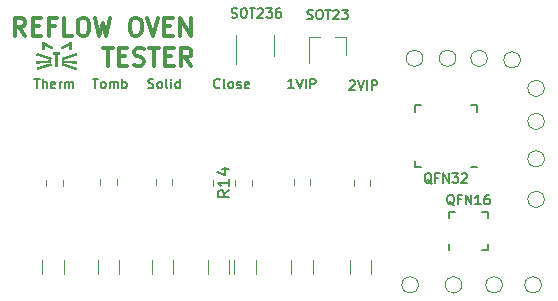
<source format=gbr>
G04 #@! TF.GenerationSoftware,KiCad,Pcbnew,(5.0.0)*
G04 #@! TF.CreationDate,2019-03-07T00:39:03-05:00*
G04 #@! TF.ProjectId,Reflow_Test1,5265666C6F775F54657374312E6B6963,rev?*
G04 #@! TF.SameCoordinates,Original*
G04 #@! TF.FileFunction,Legend,Top*
G04 #@! TF.FilePolarity,Positive*
%FSLAX46Y46*%
G04 Gerber Fmt 4.6, Leading zero omitted, Abs format (unit mm)*
G04 Created by KiCad (PCBNEW (5.0.0)) date 03/07/19 00:39:03*
%MOMM*%
%LPD*%
G01*
G04 APERTURE LIST*
%ADD10C,0.300000*%
%ADD11C,0.200000*%
%ADD12C,0.120000*%
%ADD13C,0.150000*%
%ADD14C,0.010000*%
G04 APERTURE END LIST*
D10*
X117781857Y-91161071D02*
X117281857Y-90446785D01*
X116924714Y-91161071D02*
X116924714Y-89661071D01*
X117496142Y-89661071D01*
X117639000Y-89732500D01*
X117710428Y-89803928D01*
X117781857Y-89946785D01*
X117781857Y-90161071D01*
X117710428Y-90303928D01*
X117639000Y-90375357D01*
X117496142Y-90446785D01*
X116924714Y-90446785D01*
X118424714Y-90375357D02*
X118924714Y-90375357D01*
X119139000Y-91161071D02*
X118424714Y-91161071D01*
X118424714Y-89661071D01*
X119139000Y-89661071D01*
X120281857Y-90375357D02*
X119781857Y-90375357D01*
X119781857Y-91161071D02*
X119781857Y-89661071D01*
X120496142Y-89661071D01*
X121781857Y-91161071D02*
X121067571Y-91161071D01*
X121067571Y-89661071D01*
X122567571Y-89661071D02*
X122853285Y-89661071D01*
X122996142Y-89732500D01*
X123139000Y-89875357D01*
X123210428Y-90161071D01*
X123210428Y-90661071D01*
X123139000Y-90946785D01*
X122996142Y-91089642D01*
X122853285Y-91161071D01*
X122567571Y-91161071D01*
X122424714Y-91089642D01*
X122281857Y-90946785D01*
X122210428Y-90661071D01*
X122210428Y-90161071D01*
X122281857Y-89875357D01*
X122424714Y-89732500D01*
X122567571Y-89661071D01*
X123710428Y-89661071D02*
X124067571Y-91161071D01*
X124353285Y-90089642D01*
X124639000Y-91161071D01*
X124996142Y-89661071D01*
X126996142Y-89661071D02*
X127281857Y-89661071D01*
X127424714Y-89732500D01*
X127567571Y-89875357D01*
X127639000Y-90161071D01*
X127639000Y-90661071D01*
X127567571Y-90946785D01*
X127424714Y-91089642D01*
X127281857Y-91161071D01*
X126996142Y-91161071D01*
X126853285Y-91089642D01*
X126710428Y-90946785D01*
X126639000Y-90661071D01*
X126639000Y-90161071D01*
X126710428Y-89875357D01*
X126853285Y-89732500D01*
X126996142Y-89661071D01*
X128067571Y-89661071D02*
X128567571Y-91161071D01*
X129067571Y-89661071D01*
X129567571Y-90375357D02*
X130067571Y-90375357D01*
X130281857Y-91161071D02*
X129567571Y-91161071D01*
X129567571Y-89661071D01*
X130281857Y-89661071D01*
X130924714Y-91161071D02*
X130924714Y-89661071D01*
X131781857Y-91161071D01*
X131781857Y-89661071D01*
X124353285Y-92211071D02*
X125210428Y-92211071D01*
X124781857Y-93711071D02*
X124781857Y-92211071D01*
X125710428Y-92925357D02*
X126210428Y-92925357D01*
X126424714Y-93711071D02*
X125710428Y-93711071D01*
X125710428Y-92211071D01*
X126424714Y-92211071D01*
X126996142Y-93639642D02*
X127210428Y-93711071D01*
X127567571Y-93711071D01*
X127710428Y-93639642D01*
X127781857Y-93568214D01*
X127853285Y-93425357D01*
X127853285Y-93282500D01*
X127781857Y-93139642D01*
X127710428Y-93068214D01*
X127567571Y-92996785D01*
X127281857Y-92925357D01*
X127139000Y-92853928D01*
X127067571Y-92782500D01*
X126996142Y-92639642D01*
X126996142Y-92496785D01*
X127067571Y-92353928D01*
X127139000Y-92282500D01*
X127281857Y-92211071D01*
X127639000Y-92211071D01*
X127853285Y-92282500D01*
X128281857Y-92211071D02*
X129139000Y-92211071D01*
X128710428Y-93711071D02*
X128710428Y-92211071D01*
X129639000Y-92925357D02*
X130139000Y-92925357D01*
X130353285Y-93711071D02*
X129639000Y-93711071D01*
X129639000Y-92211071D01*
X130353285Y-92211071D01*
X131853285Y-93711071D02*
X131353285Y-92996785D01*
X130996142Y-93711071D02*
X130996142Y-92211071D01*
X131567571Y-92211071D01*
X131710428Y-92282500D01*
X131781857Y-92353928D01*
X131853285Y-92496785D01*
X131853285Y-92711071D01*
X131781857Y-92853928D01*
X131710428Y-92925357D01*
X131567571Y-92996785D01*
X130996142Y-92996785D01*
D11*
X154101952Y-105530595D02*
X154025761Y-105492500D01*
X153949571Y-105416309D01*
X153835285Y-105302023D01*
X153759095Y-105263928D01*
X153682904Y-105263928D01*
X153721000Y-105454404D02*
X153644809Y-105416309D01*
X153568619Y-105340119D01*
X153530523Y-105187738D01*
X153530523Y-104921071D01*
X153568619Y-104768690D01*
X153644809Y-104692500D01*
X153721000Y-104654404D01*
X153873380Y-104654404D01*
X153949571Y-104692500D01*
X154025761Y-104768690D01*
X154063857Y-104921071D01*
X154063857Y-105187738D01*
X154025761Y-105340119D01*
X153949571Y-105416309D01*
X153873380Y-105454404D01*
X153721000Y-105454404D01*
X154673380Y-105035357D02*
X154406714Y-105035357D01*
X154406714Y-105454404D02*
X154406714Y-104654404D01*
X154787666Y-104654404D01*
X155092428Y-105454404D02*
X155092428Y-104654404D01*
X155549571Y-105454404D01*
X155549571Y-104654404D01*
X156349571Y-105454404D02*
X155892428Y-105454404D01*
X156121000Y-105454404D02*
X156121000Y-104654404D01*
X156044809Y-104768690D01*
X155968619Y-104844880D01*
X155892428Y-104882976D01*
X157035285Y-104654404D02*
X156882904Y-104654404D01*
X156806714Y-104692500D01*
X156768619Y-104730595D01*
X156692428Y-104844880D01*
X156654333Y-104997261D01*
X156654333Y-105302023D01*
X156692428Y-105378214D01*
X156730523Y-105416309D01*
X156806714Y-105454404D01*
X156959095Y-105454404D01*
X157035285Y-105416309D01*
X157073380Y-105378214D01*
X157111476Y-105302023D01*
X157111476Y-105111547D01*
X157073380Y-105035357D01*
X157035285Y-104997261D01*
X156959095Y-104959166D01*
X156806714Y-104959166D01*
X156730523Y-104997261D01*
X156692428Y-105035357D01*
X156654333Y-105111547D01*
X152196952Y-103689095D02*
X152120761Y-103651000D01*
X152044571Y-103574809D01*
X151930285Y-103460523D01*
X151854095Y-103422428D01*
X151777904Y-103422428D01*
X151816000Y-103612904D02*
X151739809Y-103574809D01*
X151663619Y-103498619D01*
X151625523Y-103346238D01*
X151625523Y-103079571D01*
X151663619Y-102927190D01*
X151739809Y-102851000D01*
X151816000Y-102812904D01*
X151968380Y-102812904D01*
X152044571Y-102851000D01*
X152120761Y-102927190D01*
X152158857Y-103079571D01*
X152158857Y-103346238D01*
X152120761Y-103498619D01*
X152044571Y-103574809D01*
X151968380Y-103612904D01*
X151816000Y-103612904D01*
X152768380Y-103193857D02*
X152501714Y-103193857D01*
X152501714Y-103612904D02*
X152501714Y-102812904D01*
X152882666Y-102812904D01*
X153187428Y-103612904D02*
X153187428Y-102812904D01*
X153644571Y-103612904D01*
X153644571Y-102812904D01*
X153949333Y-102812904D02*
X154444571Y-102812904D01*
X154177904Y-103117666D01*
X154292190Y-103117666D01*
X154368380Y-103155761D01*
X154406476Y-103193857D01*
X154444571Y-103270047D01*
X154444571Y-103460523D01*
X154406476Y-103536714D01*
X154368380Y-103574809D01*
X154292190Y-103612904D01*
X154063619Y-103612904D01*
X153987428Y-103574809D01*
X153949333Y-103536714D01*
X154749333Y-102889095D02*
X154787428Y-102851000D01*
X154863619Y-102812904D01*
X155054095Y-102812904D01*
X155130285Y-102851000D01*
X155168380Y-102889095D01*
X155206476Y-102965285D01*
X155206476Y-103041476D01*
X155168380Y-103155761D01*
X154711238Y-103612904D01*
X155206476Y-103612904D01*
X141668714Y-89731809D02*
X141783000Y-89769904D01*
X141973476Y-89769904D01*
X142049666Y-89731809D01*
X142087761Y-89693714D01*
X142125857Y-89617523D01*
X142125857Y-89541333D01*
X142087761Y-89465142D01*
X142049666Y-89427047D01*
X141973476Y-89388952D01*
X141821095Y-89350857D01*
X141744904Y-89312761D01*
X141706809Y-89274666D01*
X141668714Y-89198476D01*
X141668714Y-89122285D01*
X141706809Y-89046095D01*
X141744904Y-89008000D01*
X141821095Y-88969904D01*
X142011571Y-88969904D01*
X142125857Y-89008000D01*
X142621095Y-88969904D02*
X142773476Y-88969904D01*
X142849666Y-89008000D01*
X142925857Y-89084190D01*
X142963952Y-89236571D01*
X142963952Y-89503238D01*
X142925857Y-89655619D01*
X142849666Y-89731809D01*
X142773476Y-89769904D01*
X142621095Y-89769904D01*
X142544904Y-89731809D01*
X142468714Y-89655619D01*
X142430619Y-89503238D01*
X142430619Y-89236571D01*
X142468714Y-89084190D01*
X142544904Y-89008000D01*
X142621095Y-88969904D01*
X143192523Y-88969904D02*
X143649666Y-88969904D01*
X143421095Y-89769904D02*
X143421095Y-88969904D01*
X143878238Y-89046095D02*
X143916333Y-89008000D01*
X143992523Y-88969904D01*
X144183000Y-88969904D01*
X144259190Y-89008000D01*
X144297285Y-89046095D01*
X144335380Y-89122285D01*
X144335380Y-89198476D01*
X144297285Y-89312761D01*
X143840142Y-89769904D01*
X144335380Y-89769904D01*
X144602047Y-88969904D02*
X145097285Y-88969904D01*
X144830619Y-89274666D01*
X144944904Y-89274666D01*
X145021095Y-89312761D01*
X145059190Y-89350857D01*
X145097285Y-89427047D01*
X145097285Y-89617523D01*
X145059190Y-89693714D01*
X145021095Y-89731809D01*
X144944904Y-89769904D01*
X144716333Y-89769904D01*
X144640142Y-89731809D01*
X144602047Y-89693714D01*
X135255261Y-89604809D02*
X135369547Y-89642904D01*
X135560023Y-89642904D01*
X135636214Y-89604809D01*
X135674309Y-89566714D01*
X135712404Y-89490523D01*
X135712404Y-89414333D01*
X135674309Y-89338142D01*
X135636214Y-89300047D01*
X135560023Y-89261952D01*
X135407642Y-89223857D01*
X135331452Y-89185761D01*
X135293357Y-89147666D01*
X135255261Y-89071476D01*
X135255261Y-88995285D01*
X135293357Y-88919095D01*
X135331452Y-88881000D01*
X135407642Y-88842904D01*
X135598119Y-88842904D01*
X135712404Y-88881000D01*
X136207642Y-88842904D02*
X136360023Y-88842904D01*
X136436214Y-88881000D01*
X136512404Y-88957190D01*
X136550500Y-89109571D01*
X136550500Y-89376238D01*
X136512404Y-89528619D01*
X136436214Y-89604809D01*
X136360023Y-89642904D01*
X136207642Y-89642904D01*
X136131452Y-89604809D01*
X136055261Y-89528619D01*
X136017166Y-89376238D01*
X136017166Y-89109571D01*
X136055261Y-88957190D01*
X136131452Y-88881000D01*
X136207642Y-88842904D01*
X136779071Y-88842904D02*
X137236214Y-88842904D01*
X137007642Y-89642904D02*
X137007642Y-88842904D01*
X137464785Y-88919095D02*
X137502880Y-88881000D01*
X137579071Y-88842904D01*
X137769547Y-88842904D01*
X137845738Y-88881000D01*
X137883833Y-88919095D01*
X137921928Y-88995285D01*
X137921928Y-89071476D01*
X137883833Y-89185761D01*
X137426690Y-89642904D01*
X137921928Y-89642904D01*
X138188595Y-88842904D02*
X138683833Y-88842904D01*
X138417166Y-89147666D01*
X138531452Y-89147666D01*
X138607642Y-89185761D01*
X138645738Y-89223857D01*
X138683833Y-89300047D01*
X138683833Y-89490523D01*
X138645738Y-89566714D01*
X138607642Y-89604809D01*
X138531452Y-89642904D01*
X138302880Y-89642904D01*
X138226690Y-89604809D01*
X138188595Y-89566714D01*
X139369547Y-88842904D02*
X139217166Y-88842904D01*
X139140976Y-88881000D01*
X139102880Y-88919095D01*
X139026690Y-89033380D01*
X138988595Y-89185761D01*
X138988595Y-89490523D01*
X139026690Y-89566714D01*
X139064785Y-89604809D01*
X139140976Y-89642904D01*
X139293357Y-89642904D01*
X139369547Y-89604809D01*
X139407642Y-89566714D01*
X139445738Y-89490523D01*
X139445738Y-89300047D01*
X139407642Y-89223857D01*
X139369547Y-89185761D01*
X139293357Y-89147666D01*
X139140976Y-89147666D01*
X139064785Y-89185761D01*
X139026690Y-89223857D01*
X138988595Y-89300047D01*
X145269095Y-95015095D02*
X145307190Y-94977000D01*
X145383380Y-94938904D01*
X145573857Y-94938904D01*
X145650047Y-94977000D01*
X145688142Y-95015095D01*
X145726238Y-95091285D01*
X145726238Y-95167476D01*
X145688142Y-95281761D01*
X145231000Y-95738904D01*
X145726238Y-95738904D01*
X145954809Y-94938904D02*
X146221476Y-95738904D01*
X146488142Y-94938904D01*
X146754809Y-95738904D02*
X146754809Y-94938904D01*
X147135761Y-95738904D02*
X147135761Y-94938904D01*
X147440523Y-94938904D01*
X147516714Y-94977000D01*
X147554809Y-95015095D01*
X147592904Y-95091285D01*
X147592904Y-95205571D01*
X147554809Y-95281761D01*
X147516714Y-95319857D01*
X147440523Y-95357952D01*
X147135761Y-95357952D01*
X140519238Y-95611904D02*
X140062095Y-95611904D01*
X140290666Y-95611904D02*
X140290666Y-94811904D01*
X140214476Y-94926190D01*
X140138285Y-95002380D01*
X140062095Y-95040476D01*
X140747809Y-94811904D02*
X141014476Y-95611904D01*
X141281142Y-94811904D01*
X141547809Y-95611904D02*
X141547809Y-94811904D01*
X141928761Y-95611904D02*
X141928761Y-94811904D01*
X142233523Y-94811904D01*
X142309714Y-94850000D01*
X142347809Y-94888095D01*
X142385904Y-94964285D01*
X142385904Y-95078571D01*
X142347809Y-95154761D01*
X142309714Y-95192857D01*
X142233523Y-95230952D01*
X141928761Y-95230952D01*
X134264523Y-95535714D02*
X134226428Y-95573809D01*
X134112142Y-95611904D01*
X134035952Y-95611904D01*
X133921666Y-95573809D01*
X133845476Y-95497619D01*
X133807380Y-95421428D01*
X133769285Y-95269047D01*
X133769285Y-95154761D01*
X133807380Y-95002380D01*
X133845476Y-94926190D01*
X133921666Y-94850000D01*
X134035952Y-94811904D01*
X134112142Y-94811904D01*
X134226428Y-94850000D01*
X134264523Y-94888095D01*
X134721666Y-95611904D02*
X134645476Y-95573809D01*
X134607380Y-95497619D01*
X134607380Y-94811904D01*
X135140714Y-95611904D02*
X135064523Y-95573809D01*
X135026428Y-95535714D01*
X134988333Y-95459523D01*
X134988333Y-95230952D01*
X135026428Y-95154761D01*
X135064523Y-95116666D01*
X135140714Y-95078571D01*
X135255000Y-95078571D01*
X135331190Y-95116666D01*
X135369285Y-95154761D01*
X135407380Y-95230952D01*
X135407380Y-95459523D01*
X135369285Y-95535714D01*
X135331190Y-95573809D01*
X135255000Y-95611904D01*
X135140714Y-95611904D01*
X135712142Y-95573809D02*
X135788333Y-95611904D01*
X135940714Y-95611904D01*
X136016904Y-95573809D01*
X136055000Y-95497619D01*
X136055000Y-95459523D01*
X136016904Y-95383333D01*
X135940714Y-95345238D01*
X135826428Y-95345238D01*
X135750238Y-95307142D01*
X135712142Y-95230952D01*
X135712142Y-95192857D01*
X135750238Y-95116666D01*
X135826428Y-95078571D01*
X135940714Y-95078571D01*
X136016904Y-95116666D01*
X136702619Y-95573809D02*
X136626428Y-95611904D01*
X136474047Y-95611904D01*
X136397857Y-95573809D01*
X136359761Y-95497619D01*
X136359761Y-95192857D01*
X136397857Y-95116666D01*
X136474047Y-95078571D01*
X136626428Y-95078571D01*
X136702619Y-95116666D01*
X136740714Y-95192857D01*
X136740714Y-95269047D01*
X136359761Y-95345238D01*
X128187619Y-95573809D02*
X128301904Y-95611904D01*
X128492380Y-95611904D01*
X128568571Y-95573809D01*
X128606666Y-95535714D01*
X128644761Y-95459523D01*
X128644761Y-95383333D01*
X128606666Y-95307142D01*
X128568571Y-95269047D01*
X128492380Y-95230952D01*
X128340000Y-95192857D01*
X128263809Y-95154761D01*
X128225714Y-95116666D01*
X128187619Y-95040476D01*
X128187619Y-94964285D01*
X128225714Y-94888095D01*
X128263809Y-94850000D01*
X128340000Y-94811904D01*
X128530476Y-94811904D01*
X128644761Y-94850000D01*
X129101904Y-95611904D02*
X129025714Y-95573809D01*
X128987619Y-95535714D01*
X128949523Y-95459523D01*
X128949523Y-95230952D01*
X128987619Y-95154761D01*
X129025714Y-95116666D01*
X129101904Y-95078571D01*
X129216190Y-95078571D01*
X129292380Y-95116666D01*
X129330476Y-95154761D01*
X129368571Y-95230952D01*
X129368571Y-95459523D01*
X129330476Y-95535714D01*
X129292380Y-95573809D01*
X129216190Y-95611904D01*
X129101904Y-95611904D01*
X129825714Y-95611904D02*
X129749523Y-95573809D01*
X129711428Y-95497619D01*
X129711428Y-94811904D01*
X130130476Y-95611904D02*
X130130476Y-95078571D01*
X130130476Y-94811904D02*
X130092380Y-94850000D01*
X130130476Y-94888095D01*
X130168571Y-94850000D01*
X130130476Y-94811904D01*
X130130476Y-94888095D01*
X130854285Y-95611904D02*
X130854285Y-94811904D01*
X130854285Y-95573809D02*
X130778095Y-95611904D01*
X130625714Y-95611904D01*
X130549523Y-95573809D01*
X130511428Y-95535714D01*
X130473333Y-95459523D01*
X130473333Y-95230952D01*
X130511428Y-95154761D01*
X130549523Y-95116666D01*
X130625714Y-95078571D01*
X130778095Y-95078571D01*
X130854285Y-95116666D01*
X123482285Y-94811904D02*
X123939428Y-94811904D01*
X123710857Y-95611904D02*
X123710857Y-94811904D01*
X124320380Y-95611904D02*
X124244190Y-95573809D01*
X124206095Y-95535714D01*
X124168000Y-95459523D01*
X124168000Y-95230952D01*
X124206095Y-95154761D01*
X124244190Y-95116666D01*
X124320380Y-95078571D01*
X124434666Y-95078571D01*
X124510857Y-95116666D01*
X124548952Y-95154761D01*
X124587047Y-95230952D01*
X124587047Y-95459523D01*
X124548952Y-95535714D01*
X124510857Y-95573809D01*
X124434666Y-95611904D01*
X124320380Y-95611904D01*
X124929904Y-95611904D02*
X124929904Y-95078571D01*
X124929904Y-95154761D02*
X124968000Y-95116666D01*
X125044190Y-95078571D01*
X125158476Y-95078571D01*
X125234666Y-95116666D01*
X125272761Y-95192857D01*
X125272761Y-95611904D01*
X125272761Y-95192857D02*
X125310857Y-95116666D01*
X125387047Y-95078571D01*
X125501333Y-95078571D01*
X125577523Y-95116666D01*
X125615619Y-95192857D01*
X125615619Y-95611904D01*
X125996571Y-95611904D02*
X125996571Y-94811904D01*
X125996571Y-95116666D02*
X126072761Y-95078571D01*
X126225142Y-95078571D01*
X126301333Y-95116666D01*
X126339428Y-95154761D01*
X126377523Y-95230952D01*
X126377523Y-95459523D01*
X126339428Y-95535714D01*
X126301333Y-95573809D01*
X126225142Y-95611904D01*
X126072761Y-95611904D01*
X125996571Y-95573809D01*
X118554714Y-94811904D02*
X119011857Y-94811904D01*
X118783285Y-95611904D02*
X118783285Y-94811904D01*
X119278523Y-95611904D02*
X119278523Y-94811904D01*
X119621380Y-95611904D02*
X119621380Y-95192857D01*
X119583285Y-95116666D01*
X119507095Y-95078571D01*
X119392809Y-95078571D01*
X119316619Y-95116666D01*
X119278523Y-95154761D01*
X120307095Y-95573809D02*
X120230904Y-95611904D01*
X120078523Y-95611904D01*
X120002333Y-95573809D01*
X119964238Y-95497619D01*
X119964238Y-95192857D01*
X120002333Y-95116666D01*
X120078523Y-95078571D01*
X120230904Y-95078571D01*
X120307095Y-95116666D01*
X120345190Y-95192857D01*
X120345190Y-95269047D01*
X119964238Y-95345238D01*
X120688047Y-95611904D02*
X120688047Y-95078571D01*
X120688047Y-95230952D02*
X120726142Y-95154761D01*
X120764238Y-95116666D01*
X120840428Y-95078571D01*
X120916619Y-95078571D01*
X121183285Y-95611904D02*
X121183285Y-95078571D01*
X121183285Y-95154761D02*
X121221380Y-95116666D01*
X121297571Y-95078571D01*
X121411857Y-95078571D01*
X121488047Y-95116666D01*
X121526142Y-95192857D01*
X121526142Y-95611904D01*
X121526142Y-95192857D02*
X121564238Y-95116666D01*
X121640428Y-95078571D01*
X121754714Y-95078571D01*
X121830904Y-95116666D01*
X121869000Y-95192857D01*
X121869000Y-95611904D01*
D12*
G04 #@! TO.C,R2*
X120979000Y-103890578D02*
X120979000Y-103373422D01*
X119559000Y-103890578D02*
X119559000Y-103373422D01*
G04 #@! TO.C,Q1*
X144963000Y-91315000D02*
X144033000Y-91315000D01*
X141803000Y-91315000D02*
X142733000Y-91315000D01*
X141803000Y-91315000D02*
X141803000Y-93475000D01*
X144963000Y-91315000D02*
X144963000Y-92775000D01*
G04 #@! TO.C,R3*
X121052000Y-111346064D02*
X121052000Y-110141936D01*
X119232000Y-111346064D02*
X119232000Y-110141936D01*
G04 #@! TO.C,R5*
X124131000Y-103842078D02*
X124131000Y-103324922D01*
X125551000Y-103842078D02*
X125551000Y-103324922D01*
G04 #@! TO.C,R6*
X123931000Y-111349064D02*
X123931000Y-110144936D01*
X125751000Y-111349064D02*
X125751000Y-110144936D01*
G04 #@! TO.C,R8*
X130250000Y-103842078D02*
X130250000Y-103324922D01*
X128830000Y-103842078D02*
X128830000Y-103324922D01*
G04 #@! TO.C,R9*
X128503000Y-111346064D02*
X128503000Y-110141936D01*
X130323000Y-111346064D02*
X130323000Y-110141936D01*
G04 #@! TO.C,R11*
X133656000Y-103890578D02*
X133656000Y-103373422D01*
X135076000Y-103890578D02*
X135076000Y-103373422D01*
G04 #@! TO.C,R12*
X137308000Y-111346064D02*
X137308000Y-110141936D01*
X135488000Y-111346064D02*
X135488000Y-110141936D01*
G04 #@! TO.C,R14*
X135561000Y-103890578D02*
X135561000Y-103373422D01*
X136981000Y-103890578D02*
X136981000Y-103373422D01*
G04 #@! TO.C,R15*
X133227400Y-111346064D02*
X133227400Y-110141936D01*
X135047400Y-111346064D02*
X135047400Y-110141936D01*
G04 #@! TO.C,R17*
X140514000Y-103842078D02*
X140514000Y-103324922D01*
X141934000Y-103842078D02*
X141934000Y-103324922D01*
G04 #@! TO.C,R18*
X142134000Y-111346064D02*
X142134000Y-110141936D01*
X140314000Y-111346064D02*
X140314000Y-110141936D01*
G04 #@! TO.C,R20*
X147014000Y-103890578D02*
X147014000Y-103373422D01*
X145594000Y-103890578D02*
X145594000Y-103373422D01*
G04 #@! TO.C,R21*
X145267000Y-111343064D02*
X145267000Y-110138936D01*
X147087000Y-111343064D02*
X147087000Y-110138936D01*
G04 #@! TO.C,TP1*
X161736000Y-95631000D02*
G75*
G03X161736000Y-95631000I-700000J0D01*
G01*
G04 #@! TO.C,TP2*
X159704000Y-93218000D02*
G75*
G03X159704000Y-93218000I-700000J0D01*
G01*
G04 #@! TO.C,TP3*
X161736000Y-98425000D02*
G75*
G03X161736000Y-98425000I-700000J0D01*
G01*
G04 #@! TO.C,TP4*
X161482000Y-112268000D02*
G75*
G03X161482000Y-112268000I-700000J0D01*
G01*
G04 #@! TO.C,TP5*
X156910000Y-93091000D02*
G75*
G03X156910000Y-93091000I-700000J0D01*
G01*
G04 #@! TO.C,TP6*
X161736000Y-101600000D02*
G75*
G03X161736000Y-101600000I-700000J0D01*
G01*
G04 #@! TO.C,TP7*
X154243000Y-93091000D02*
G75*
G03X154243000Y-93091000I-700000J0D01*
G01*
G04 #@! TO.C,TP8*
X161736000Y-105029000D02*
G75*
G03X161736000Y-105029000I-700000J0D01*
G01*
G04 #@! TO.C,TP9*
X151449000Y-93091000D02*
G75*
G03X151449000Y-93091000I-700000J0D01*
G01*
G04 #@! TO.C,TP10*
X151068000Y-112268000D02*
G75*
G03X151068000Y-112268000I-700000J0D01*
G01*
G04 #@! TO.C,TP11*
X154751000Y-112268000D02*
G75*
G03X154751000Y-112268000I-700000J0D01*
G01*
G04 #@! TO.C,TP12*
X158180000Y-112268000D02*
G75*
G03X158180000Y-112268000I-700000J0D01*
G01*
D13*
G04 #@! TO.C,U1*
X153696000Y-106071000D02*
X154196000Y-106071000D01*
X156946000Y-109321000D02*
X156446000Y-109321000D01*
X156946000Y-106071000D02*
X156446000Y-106071000D01*
X153696000Y-109321000D02*
X153696000Y-108821000D01*
X156946000Y-109321000D02*
X156946000Y-108821000D01*
X156946000Y-106071000D02*
X156946000Y-106571000D01*
X153696000Y-106071000D02*
X153696000Y-106571000D01*
G04 #@! TO.C,U2*
X150791000Y-102320000D02*
X150791000Y-101795000D01*
X156041000Y-97070000D02*
X156041000Y-97595000D01*
X150791000Y-97070000D02*
X150791000Y-97595000D01*
X156041000Y-102320000D02*
X155516000Y-102320000D01*
X156041000Y-97070000D02*
X155516000Y-97070000D01*
X150791000Y-97070000D02*
X151316000Y-97070000D01*
X150791000Y-102320000D02*
X151316000Y-102320000D01*
D12*
G04 #@! TO.C,U3*
X138833500Y-92891000D02*
X138833500Y-91091000D01*
X135613500Y-91091000D02*
X135613500Y-93541000D01*
D14*
G04 #@! TO.C,G\002A\002A\002A*
G36*
X121653681Y-91680735D02*
X121653716Y-91688971D01*
X121653644Y-91702102D01*
X121653469Y-91719754D01*
X121653198Y-91741553D01*
X121652835Y-91767125D01*
X121652386Y-91796095D01*
X121651857Y-91828091D01*
X121651254Y-91862738D01*
X121650581Y-91899661D01*
X121649845Y-91938487D01*
X121649207Y-91970965D01*
X121648401Y-92011738D01*
X121647629Y-92051379D01*
X121646897Y-92089466D01*
X121646214Y-92125575D01*
X121645587Y-92159286D01*
X121645024Y-92190175D01*
X121644533Y-92217820D01*
X121644121Y-92241800D01*
X121643796Y-92261692D01*
X121643565Y-92277073D01*
X121643436Y-92287521D01*
X121643411Y-92291606D01*
X121643423Y-92320534D01*
X121521446Y-92320534D01*
X121523201Y-92263384D01*
X121523752Y-92244263D01*
X121524331Y-92222040D01*
X121524927Y-92197256D01*
X121525531Y-92170452D01*
X121526135Y-92142169D01*
X121526728Y-92112949D01*
X121527301Y-92083331D01*
X121527844Y-92053859D01*
X121528349Y-92025071D01*
X121528806Y-91997510D01*
X121529205Y-91971716D01*
X121529536Y-91948231D01*
X121529791Y-91927595D01*
X121529960Y-91910350D01*
X121530034Y-91897037D01*
X121530002Y-91888196D01*
X121529856Y-91884370D01*
X121529821Y-91884258D01*
X121527250Y-91885451D01*
X121520031Y-91889231D01*
X121508448Y-91895439D01*
X121492788Y-91903921D01*
X121473335Y-91914519D01*
X121450374Y-91927077D01*
X121424190Y-91941439D01*
X121395069Y-91957447D01*
X121363296Y-91974946D01*
X121329156Y-91993779D01*
X121292934Y-92013789D01*
X121254915Y-92034820D01*
X121215385Y-92056716D01*
X121194417Y-92068341D01*
X121154151Y-92090663D01*
X121115210Y-92112232D01*
X121077884Y-92132889D01*
X121042461Y-92152475D01*
X121009229Y-92170831D01*
X120978477Y-92187798D01*
X120950494Y-92203217D01*
X120925568Y-92216929D01*
X120903988Y-92228775D01*
X120886043Y-92238596D01*
X120872021Y-92246234D01*
X120862211Y-92251528D01*
X120856901Y-92254320D01*
X120856023Y-92254729D01*
X120853359Y-92253247D01*
X120848926Y-92247702D01*
X120842551Y-92237828D01*
X120834059Y-92223358D01*
X120824978Y-92207122D01*
X120816670Y-92191890D01*
X120809339Y-92178160D01*
X120803418Y-92166764D01*
X120799337Y-92158537D01*
X120797529Y-92154310D01*
X120797486Y-92154121D01*
X120799147Y-92152294D01*
X120804500Y-92148531D01*
X120813681Y-92142753D01*
X120826827Y-92134883D01*
X120844075Y-92124842D01*
X120865562Y-92112550D01*
X120891426Y-92097929D01*
X120921802Y-92080901D01*
X120956828Y-92061386D01*
X120996640Y-92039306D01*
X121011975Y-92030823D01*
X121051284Y-92009085D01*
X121094414Y-91985225D01*
X121140344Y-91959809D01*
X121188054Y-91933402D01*
X121236522Y-91906569D01*
X121284728Y-91879876D01*
X121331649Y-91853889D01*
X121376264Y-91829172D01*
X121417553Y-91806290D01*
X121439597Y-91794071D01*
X121471533Y-91776391D01*
X121502048Y-91759549D01*
X121530781Y-91743741D01*
X121557375Y-91729161D01*
X121581470Y-91716004D01*
X121602707Y-91704467D01*
X121620727Y-91694743D01*
X121635171Y-91687028D01*
X121645680Y-91681517D01*
X121651896Y-91678405D01*
X121653532Y-91677769D01*
X121653681Y-91680735D01*
X121653681Y-91680735D01*
G37*
X121653681Y-91680735D02*
X121653716Y-91688971D01*
X121653644Y-91702102D01*
X121653469Y-91719754D01*
X121653198Y-91741553D01*
X121652835Y-91767125D01*
X121652386Y-91796095D01*
X121651857Y-91828091D01*
X121651254Y-91862738D01*
X121650581Y-91899661D01*
X121649845Y-91938487D01*
X121649207Y-91970965D01*
X121648401Y-92011738D01*
X121647629Y-92051379D01*
X121646897Y-92089466D01*
X121646214Y-92125575D01*
X121645587Y-92159286D01*
X121645024Y-92190175D01*
X121644533Y-92217820D01*
X121644121Y-92241800D01*
X121643796Y-92261692D01*
X121643565Y-92277073D01*
X121643436Y-92287521D01*
X121643411Y-92291606D01*
X121643423Y-92320534D01*
X121521446Y-92320534D01*
X121523201Y-92263384D01*
X121523752Y-92244263D01*
X121524331Y-92222040D01*
X121524927Y-92197256D01*
X121525531Y-92170452D01*
X121526135Y-92142169D01*
X121526728Y-92112949D01*
X121527301Y-92083331D01*
X121527844Y-92053859D01*
X121528349Y-92025071D01*
X121528806Y-91997510D01*
X121529205Y-91971716D01*
X121529536Y-91948231D01*
X121529791Y-91927595D01*
X121529960Y-91910350D01*
X121530034Y-91897037D01*
X121530002Y-91888196D01*
X121529856Y-91884370D01*
X121529821Y-91884258D01*
X121527250Y-91885451D01*
X121520031Y-91889231D01*
X121508448Y-91895439D01*
X121492788Y-91903921D01*
X121473335Y-91914519D01*
X121450374Y-91927077D01*
X121424190Y-91941439D01*
X121395069Y-91957447D01*
X121363296Y-91974946D01*
X121329156Y-91993779D01*
X121292934Y-92013789D01*
X121254915Y-92034820D01*
X121215385Y-92056716D01*
X121194417Y-92068341D01*
X121154151Y-92090663D01*
X121115210Y-92112232D01*
X121077884Y-92132889D01*
X121042461Y-92152475D01*
X121009229Y-92170831D01*
X120978477Y-92187798D01*
X120950494Y-92203217D01*
X120925568Y-92216929D01*
X120903988Y-92228775D01*
X120886043Y-92238596D01*
X120872021Y-92246234D01*
X120862211Y-92251528D01*
X120856901Y-92254320D01*
X120856023Y-92254729D01*
X120853359Y-92253247D01*
X120848926Y-92247702D01*
X120842551Y-92237828D01*
X120834059Y-92223358D01*
X120824978Y-92207122D01*
X120816670Y-92191890D01*
X120809339Y-92178160D01*
X120803418Y-92166764D01*
X120799337Y-92158537D01*
X120797529Y-92154310D01*
X120797486Y-92154121D01*
X120799147Y-92152294D01*
X120804500Y-92148531D01*
X120813681Y-92142753D01*
X120826827Y-92134883D01*
X120844075Y-92124842D01*
X120865562Y-92112550D01*
X120891426Y-92097929D01*
X120921802Y-92080901D01*
X120956828Y-92061386D01*
X120996640Y-92039306D01*
X121011975Y-92030823D01*
X121051284Y-92009085D01*
X121094414Y-91985225D01*
X121140344Y-91959809D01*
X121188054Y-91933402D01*
X121236522Y-91906569D01*
X121284728Y-91879876D01*
X121331649Y-91853889D01*
X121376264Y-91829172D01*
X121417553Y-91806290D01*
X121439597Y-91794071D01*
X121471533Y-91776391D01*
X121502048Y-91759549D01*
X121530781Y-91743741D01*
X121557375Y-91729161D01*
X121581470Y-91716004D01*
X121602707Y-91704467D01*
X121620727Y-91694743D01*
X121635171Y-91687028D01*
X121645680Y-91681517D01*
X121651896Y-91678405D01*
X121653532Y-91677769D01*
X121653681Y-91680735D01*
G36*
X119234208Y-91678914D02*
X119241427Y-91682598D01*
X119252899Y-91688656D01*
X119268282Y-91696905D01*
X119287236Y-91707158D01*
X119309423Y-91719231D01*
X119334501Y-91732938D01*
X119362130Y-91748094D01*
X119391972Y-91764515D01*
X119423685Y-91782014D01*
X119456929Y-91800407D01*
X119469527Y-91807388D01*
X119509028Y-91829287D01*
X119551237Y-91852678D01*
X119595331Y-91877106D01*
X119640488Y-91902116D01*
X119685887Y-91927254D01*
X119730706Y-91952064D01*
X119774124Y-91976092D01*
X119815318Y-91998882D01*
X119853468Y-92019981D01*
X119887750Y-92038932D01*
X119897176Y-92044141D01*
X119933439Y-92064200D01*
X119965031Y-92081731D01*
X119992239Y-92096900D01*
X120015349Y-92109875D01*
X120034650Y-92120823D01*
X120050429Y-92129911D01*
X120062973Y-92137307D01*
X120072568Y-92143178D01*
X120079504Y-92147692D01*
X120084066Y-92151016D01*
X120086542Y-92153317D01*
X120087219Y-92154762D01*
X120087205Y-92154841D01*
X120085522Y-92158810D01*
X120081537Y-92166853D01*
X120075697Y-92178112D01*
X120068445Y-92191731D01*
X120060229Y-92206852D01*
X120059685Y-92207842D01*
X120049352Y-92226306D01*
X120041272Y-92239943D01*
X120035271Y-92249022D01*
X120031172Y-92253812D01*
X120029111Y-92254729D01*
X120026175Y-92253255D01*
X120018593Y-92249200D01*
X120006654Y-92242722D01*
X119990646Y-92233979D01*
X119970859Y-92223132D01*
X119947580Y-92210339D01*
X119921099Y-92195759D01*
X119891704Y-92179551D01*
X119859684Y-92161874D01*
X119825327Y-92142887D01*
X119788922Y-92122749D01*
X119750758Y-92101618D01*
X119711123Y-92079655D01*
X119690717Y-92068341D01*
X119650516Y-92046059D01*
X119611678Y-92024561D01*
X119574489Y-92004004D01*
X119539234Y-91984543D01*
X119506198Y-91966335D01*
X119475667Y-91949537D01*
X119447925Y-91934305D01*
X119423258Y-91920796D01*
X119401951Y-91909166D01*
X119384289Y-91899571D01*
X119370557Y-91892168D01*
X119361040Y-91887114D01*
X119356024Y-91884566D01*
X119355289Y-91884282D01*
X119355122Y-91887241D01*
X119355070Y-91895303D01*
X119355125Y-91907925D01*
X119355277Y-91924567D01*
X119355516Y-91944687D01*
X119355833Y-91967745D01*
X119356220Y-91993198D01*
X119356665Y-92020506D01*
X119357160Y-92049128D01*
X119357696Y-92078522D01*
X119358262Y-92108147D01*
X119358850Y-92137462D01*
X119359451Y-92165926D01*
X119360054Y-92192998D01*
X119360650Y-92218136D01*
X119361230Y-92240800D01*
X119361784Y-92260447D01*
X119361917Y-92264795D01*
X119363647Y-92320534D01*
X119241711Y-92320534D01*
X119241721Y-92291606D01*
X119241666Y-92284769D01*
X119241503Y-92272711D01*
X119241240Y-92255854D01*
X119240885Y-92234621D01*
X119240445Y-92209434D01*
X119239928Y-92180715D01*
X119239342Y-92148886D01*
X119238694Y-92114370D01*
X119237992Y-92077589D01*
X119237244Y-92038965D01*
X119236457Y-91998920D01*
X119235902Y-91970988D01*
X119235115Y-91930899D01*
X119234389Y-91892411D01*
X119233727Y-91855898D01*
X119233137Y-91821733D01*
X119232623Y-91790291D01*
X119232190Y-91761946D01*
X119231845Y-91737071D01*
X119231593Y-91716042D01*
X119231439Y-91699232D01*
X119231389Y-91687014D01*
X119231449Y-91679764D01*
X119231580Y-91677791D01*
X119234208Y-91678914D01*
X119234208Y-91678914D01*
G37*
X119234208Y-91678914D02*
X119241427Y-91682598D01*
X119252899Y-91688656D01*
X119268282Y-91696905D01*
X119287236Y-91707158D01*
X119309423Y-91719231D01*
X119334501Y-91732938D01*
X119362130Y-91748094D01*
X119391972Y-91764515D01*
X119423685Y-91782014D01*
X119456929Y-91800407D01*
X119469527Y-91807388D01*
X119509028Y-91829287D01*
X119551237Y-91852678D01*
X119595331Y-91877106D01*
X119640488Y-91902116D01*
X119685887Y-91927254D01*
X119730706Y-91952064D01*
X119774124Y-91976092D01*
X119815318Y-91998882D01*
X119853468Y-92019981D01*
X119887750Y-92038932D01*
X119897176Y-92044141D01*
X119933439Y-92064200D01*
X119965031Y-92081731D01*
X119992239Y-92096900D01*
X120015349Y-92109875D01*
X120034650Y-92120823D01*
X120050429Y-92129911D01*
X120062973Y-92137307D01*
X120072568Y-92143178D01*
X120079504Y-92147692D01*
X120084066Y-92151016D01*
X120086542Y-92153317D01*
X120087219Y-92154762D01*
X120087205Y-92154841D01*
X120085522Y-92158810D01*
X120081537Y-92166853D01*
X120075697Y-92178112D01*
X120068445Y-92191731D01*
X120060229Y-92206852D01*
X120059685Y-92207842D01*
X120049352Y-92226306D01*
X120041272Y-92239943D01*
X120035271Y-92249022D01*
X120031172Y-92253812D01*
X120029111Y-92254729D01*
X120026175Y-92253255D01*
X120018593Y-92249200D01*
X120006654Y-92242722D01*
X119990646Y-92233979D01*
X119970859Y-92223132D01*
X119947580Y-92210339D01*
X119921099Y-92195759D01*
X119891704Y-92179551D01*
X119859684Y-92161874D01*
X119825327Y-92142887D01*
X119788922Y-92122749D01*
X119750758Y-92101618D01*
X119711123Y-92079655D01*
X119690717Y-92068341D01*
X119650516Y-92046059D01*
X119611678Y-92024561D01*
X119574489Y-92004004D01*
X119539234Y-91984543D01*
X119506198Y-91966335D01*
X119475667Y-91949537D01*
X119447925Y-91934305D01*
X119423258Y-91920796D01*
X119401951Y-91909166D01*
X119384289Y-91899571D01*
X119370557Y-91892168D01*
X119361040Y-91887114D01*
X119356024Y-91884566D01*
X119355289Y-91884282D01*
X119355122Y-91887241D01*
X119355070Y-91895303D01*
X119355125Y-91907925D01*
X119355277Y-91924567D01*
X119355516Y-91944687D01*
X119355833Y-91967745D01*
X119356220Y-91993198D01*
X119356665Y-92020506D01*
X119357160Y-92049128D01*
X119357696Y-92078522D01*
X119358262Y-92108147D01*
X119358850Y-92137462D01*
X119359451Y-92165926D01*
X119360054Y-92192998D01*
X119360650Y-92218136D01*
X119361230Y-92240800D01*
X119361784Y-92260447D01*
X119361917Y-92264795D01*
X119363647Y-92320534D01*
X119241711Y-92320534D01*
X119241721Y-92291606D01*
X119241666Y-92284769D01*
X119241503Y-92272711D01*
X119241240Y-92255854D01*
X119240885Y-92234621D01*
X119240445Y-92209434D01*
X119239928Y-92180715D01*
X119239342Y-92148886D01*
X119238694Y-92114370D01*
X119237992Y-92077589D01*
X119237244Y-92038965D01*
X119236457Y-91998920D01*
X119235902Y-91970988D01*
X119235115Y-91930899D01*
X119234389Y-91892411D01*
X119233727Y-91855898D01*
X119233137Y-91821733D01*
X119232623Y-91790291D01*
X119232190Y-91761946D01*
X119231845Y-91737071D01*
X119231593Y-91716042D01*
X119231439Y-91699232D01*
X119231389Y-91687014D01*
X119231449Y-91679764D01*
X119231580Y-91677791D01*
X119234208Y-91678914D01*
G36*
X118777763Y-92654411D02*
X118785699Y-92656911D01*
X118798404Y-92660961D01*
X118815582Y-92666464D01*
X118836934Y-92673323D01*
X118862163Y-92681443D01*
X118890972Y-92690726D01*
X118923063Y-92701077D01*
X118958140Y-92712400D01*
X118995904Y-92724597D01*
X119036058Y-92737573D01*
X119078304Y-92751231D01*
X119122346Y-92765475D01*
X119167887Y-92780208D01*
X119214627Y-92795335D01*
X119262271Y-92810758D01*
X119310521Y-92826382D01*
X119359079Y-92842110D01*
X119407648Y-92857846D01*
X119455931Y-92873494D01*
X119503630Y-92888956D01*
X119550448Y-92904138D01*
X119596087Y-92918941D01*
X119640251Y-92933271D01*
X119682641Y-92947031D01*
X119722960Y-92960124D01*
X119760911Y-92972454D01*
X119796197Y-92983925D01*
X119828519Y-92994441D01*
X119857581Y-93003904D01*
X119883086Y-93012219D01*
X119904735Y-93019290D01*
X119922232Y-93025020D01*
X119935279Y-93029312D01*
X119943579Y-93032071D01*
X119946834Y-93033199D01*
X119946870Y-93033219D01*
X119946489Y-93036183D01*
X119944619Y-93043509D01*
X119941564Y-93054234D01*
X119937627Y-93067401D01*
X119933113Y-93082047D01*
X119928325Y-93097214D01*
X119923566Y-93111940D01*
X119919142Y-93125267D01*
X119915354Y-93136233D01*
X119912508Y-93143879D01*
X119910906Y-93147244D01*
X119910775Y-93147321D01*
X119907976Y-93146453D01*
X119900051Y-93143926D01*
X119887245Y-93139818D01*
X119869801Y-93134208D01*
X119847965Y-93127176D01*
X119821980Y-93118800D01*
X119792090Y-93109159D01*
X119758541Y-93098332D01*
X119721576Y-93086398D01*
X119681440Y-93073435D01*
X119638376Y-93059523D01*
X119592630Y-93044740D01*
X119544445Y-93029166D01*
X119494067Y-93012879D01*
X119441738Y-92995957D01*
X119387704Y-92978481D01*
X119332209Y-92960528D01*
X119323556Y-92957729D01*
X119267871Y-92939712D01*
X119213618Y-92922157D01*
X119161041Y-92905144D01*
X119110383Y-92888750D01*
X119061889Y-92873055D01*
X119015802Y-92858139D01*
X118972366Y-92844079D01*
X118931824Y-92830954D01*
X118894421Y-92818845D01*
X118860400Y-92807829D01*
X118830005Y-92797985D01*
X118803480Y-92789393D01*
X118781068Y-92782131D01*
X118763013Y-92776278D01*
X118749559Y-92771913D01*
X118740950Y-92769116D01*
X118737429Y-92767964D01*
X118737354Y-92767938D01*
X118737896Y-92765252D01*
X118739945Y-92758174D01*
X118743189Y-92747655D01*
X118747317Y-92734646D01*
X118752016Y-92720098D01*
X118756975Y-92704962D01*
X118761880Y-92690189D01*
X118766421Y-92676730D01*
X118770285Y-92665536D01*
X118773159Y-92657558D01*
X118774732Y-92653747D01*
X118774893Y-92653556D01*
X118777763Y-92654411D01*
X118777763Y-92654411D01*
G37*
X118777763Y-92654411D02*
X118785699Y-92656911D01*
X118798404Y-92660961D01*
X118815582Y-92666464D01*
X118836934Y-92673323D01*
X118862163Y-92681443D01*
X118890972Y-92690726D01*
X118923063Y-92701077D01*
X118958140Y-92712400D01*
X118995904Y-92724597D01*
X119036058Y-92737573D01*
X119078304Y-92751231D01*
X119122346Y-92765475D01*
X119167887Y-92780208D01*
X119214627Y-92795335D01*
X119262271Y-92810758D01*
X119310521Y-92826382D01*
X119359079Y-92842110D01*
X119407648Y-92857846D01*
X119455931Y-92873494D01*
X119503630Y-92888956D01*
X119550448Y-92904138D01*
X119596087Y-92918941D01*
X119640251Y-92933271D01*
X119682641Y-92947031D01*
X119722960Y-92960124D01*
X119760911Y-92972454D01*
X119796197Y-92983925D01*
X119828519Y-92994441D01*
X119857581Y-93003904D01*
X119883086Y-93012219D01*
X119904735Y-93019290D01*
X119922232Y-93025020D01*
X119935279Y-93029312D01*
X119943579Y-93032071D01*
X119946834Y-93033199D01*
X119946870Y-93033219D01*
X119946489Y-93036183D01*
X119944619Y-93043509D01*
X119941564Y-93054234D01*
X119937627Y-93067401D01*
X119933113Y-93082047D01*
X119928325Y-93097214D01*
X119923566Y-93111940D01*
X119919142Y-93125267D01*
X119915354Y-93136233D01*
X119912508Y-93143879D01*
X119910906Y-93147244D01*
X119910775Y-93147321D01*
X119907976Y-93146453D01*
X119900051Y-93143926D01*
X119887245Y-93139818D01*
X119869801Y-93134208D01*
X119847965Y-93127176D01*
X119821980Y-93118800D01*
X119792090Y-93109159D01*
X119758541Y-93098332D01*
X119721576Y-93086398D01*
X119681440Y-93073435D01*
X119638376Y-93059523D01*
X119592630Y-93044740D01*
X119544445Y-93029166D01*
X119494067Y-93012879D01*
X119441738Y-92995957D01*
X119387704Y-92978481D01*
X119332209Y-92960528D01*
X119323556Y-92957729D01*
X119267871Y-92939712D01*
X119213618Y-92922157D01*
X119161041Y-92905144D01*
X119110383Y-92888750D01*
X119061889Y-92873055D01*
X119015802Y-92858139D01*
X118972366Y-92844079D01*
X118931824Y-92830954D01*
X118894421Y-92818845D01*
X118860400Y-92807829D01*
X118830005Y-92797985D01*
X118803480Y-92789393D01*
X118781068Y-92782131D01*
X118763013Y-92776278D01*
X118749559Y-92771913D01*
X118740950Y-92769116D01*
X118737429Y-92767964D01*
X118737354Y-92767938D01*
X118737896Y-92765252D01*
X118739945Y-92758174D01*
X118743189Y-92747655D01*
X118747317Y-92734646D01*
X118752016Y-92720098D01*
X118756975Y-92704962D01*
X118761880Y-92690189D01*
X118766421Y-92676730D01*
X118770285Y-92665536D01*
X118773159Y-92657558D01*
X118774732Y-92653747D01*
X118774893Y-92653556D01*
X118777763Y-92654411D01*
G36*
X122046105Y-92663008D02*
X122047734Y-92666392D01*
X122050597Y-92674071D01*
X122054386Y-92685069D01*
X122058795Y-92698409D01*
X122063519Y-92713117D01*
X122068250Y-92728215D01*
X122072683Y-92742729D01*
X122076511Y-92755681D01*
X122079428Y-92766097D01*
X122081128Y-92772999D01*
X122081372Y-92775394D01*
X122078616Y-92776366D01*
X122070788Y-92778978D01*
X122058185Y-92783135D01*
X122041105Y-92788739D01*
X122019846Y-92795694D01*
X121994706Y-92803904D01*
X121965983Y-92813271D01*
X121933975Y-92823700D01*
X121898979Y-92835093D01*
X121861294Y-92847354D01*
X121821217Y-92860386D01*
X121779046Y-92874093D01*
X121735079Y-92888378D01*
X121689614Y-92903144D01*
X121642949Y-92918296D01*
X121595382Y-92933735D01*
X121547209Y-92949366D01*
X121498731Y-92965092D01*
X121450243Y-92980817D01*
X121402045Y-92996443D01*
X121354433Y-93011874D01*
X121307706Y-93027014D01*
X121262162Y-93041766D01*
X121218099Y-93056033D01*
X121175814Y-93069719D01*
X121135605Y-93082726D01*
X121097770Y-93094959D01*
X121062608Y-93106321D01*
X121030415Y-93116715D01*
X121001490Y-93126045D01*
X120976130Y-93134214D01*
X120954634Y-93141125D01*
X120937300Y-93146681D01*
X120924424Y-93150787D01*
X120916306Y-93153345D01*
X120913878Y-93154087D01*
X120911858Y-93154232D01*
X120909903Y-93152977D01*
X120907731Y-93149674D01*
X120905062Y-93143677D01*
X120901613Y-93134340D01*
X120897103Y-93121017D01*
X120891250Y-93103061D01*
X120890079Y-93099430D01*
X120884740Y-93082597D01*
X120880162Y-93067632D01*
X120876579Y-93055345D01*
X120874223Y-93046546D01*
X120873331Y-93042046D01*
X120873388Y-93041650D01*
X120876246Y-93040577D01*
X120884171Y-93037878D01*
X120896864Y-93033647D01*
X120914028Y-93027981D01*
X120935367Y-93020976D01*
X120960582Y-93012728D01*
X120989378Y-93003332D01*
X121021456Y-92992885D01*
X121056520Y-92981482D01*
X121094272Y-92969220D01*
X121134416Y-92956194D01*
X121176654Y-92942501D01*
X121220689Y-92928236D01*
X121266224Y-92913495D01*
X121312962Y-92898374D01*
X121360605Y-92882970D01*
X121408857Y-92867377D01*
X121457420Y-92851692D01*
X121505997Y-92836012D01*
X121554292Y-92820431D01*
X121602006Y-92805046D01*
X121648843Y-92789953D01*
X121694506Y-92775247D01*
X121738697Y-92761025D01*
X121781120Y-92747383D01*
X121821477Y-92734416D01*
X121859471Y-92722220D01*
X121894805Y-92710892D01*
X121927181Y-92700528D01*
X121956303Y-92691222D01*
X121981874Y-92683072D01*
X122003596Y-92676173D01*
X122021172Y-92670621D01*
X122034306Y-92666512D01*
X122042699Y-92663942D01*
X122046055Y-92663007D01*
X122046105Y-92663008D01*
X122046105Y-92663008D01*
G37*
X122046105Y-92663008D02*
X122047734Y-92666392D01*
X122050597Y-92674071D01*
X122054386Y-92685069D01*
X122058795Y-92698409D01*
X122063519Y-92713117D01*
X122068250Y-92728215D01*
X122072683Y-92742729D01*
X122076511Y-92755681D01*
X122079428Y-92766097D01*
X122081128Y-92772999D01*
X122081372Y-92775394D01*
X122078616Y-92776366D01*
X122070788Y-92778978D01*
X122058185Y-92783135D01*
X122041105Y-92788739D01*
X122019846Y-92795694D01*
X121994706Y-92803904D01*
X121965983Y-92813271D01*
X121933975Y-92823700D01*
X121898979Y-92835093D01*
X121861294Y-92847354D01*
X121821217Y-92860386D01*
X121779046Y-92874093D01*
X121735079Y-92888378D01*
X121689614Y-92903144D01*
X121642949Y-92918296D01*
X121595382Y-92933735D01*
X121547209Y-92949366D01*
X121498731Y-92965092D01*
X121450243Y-92980817D01*
X121402045Y-92996443D01*
X121354433Y-93011874D01*
X121307706Y-93027014D01*
X121262162Y-93041766D01*
X121218099Y-93056033D01*
X121175814Y-93069719D01*
X121135605Y-93082726D01*
X121097770Y-93094959D01*
X121062608Y-93106321D01*
X121030415Y-93116715D01*
X121001490Y-93126045D01*
X120976130Y-93134214D01*
X120954634Y-93141125D01*
X120937300Y-93146681D01*
X120924424Y-93150787D01*
X120916306Y-93153345D01*
X120913878Y-93154087D01*
X120911858Y-93154232D01*
X120909903Y-93152977D01*
X120907731Y-93149674D01*
X120905062Y-93143677D01*
X120901613Y-93134340D01*
X120897103Y-93121017D01*
X120891250Y-93103061D01*
X120890079Y-93099430D01*
X120884740Y-93082597D01*
X120880162Y-93067632D01*
X120876579Y-93055345D01*
X120874223Y-93046546D01*
X120873331Y-93042046D01*
X120873388Y-93041650D01*
X120876246Y-93040577D01*
X120884171Y-93037878D01*
X120896864Y-93033647D01*
X120914028Y-93027981D01*
X120935367Y-93020976D01*
X120960582Y-93012728D01*
X120989378Y-93003332D01*
X121021456Y-92992885D01*
X121056520Y-92981482D01*
X121094272Y-92969220D01*
X121134416Y-92956194D01*
X121176654Y-92942501D01*
X121220689Y-92928236D01*
X121266224Y-92913495D01*
X121312962Y-92898374D01*
X121360605Y-92882970D01*
X121408857Y-92867377D01*
X121457420Y-92851692D01*
X121505997Y-92836012D01*
X121554292Y-92820431D01*
X121602006Y-92805046D01*
X121648843Y-92789953D01*
X121694506Y-92775247D01*
X121738697Y-92761025D01*
X121781120Y-92747383D01*
X121821477Y-92734416D01*
X121859471Y-92722220D01*
X121894805Y-92710892D01*
X121927181Y-92700528D01*
X121956303Y-92691222D01*
X121981874Y-92683072D01*
X122003596Y-92676173D01*
X122021172Y-92670621D01*
X122034306Y-92666512D01*
X122042699Y-92663942D01*
X122046055Y-92663007D01*
X122046105Y-92663008D01*
G36*
X119909682Y-93263814D02*
X119910442Y-93271427D01*
X119911386Y-93282626D01*
X119912445Y-93296389D01*
X119913549Y-93311693D01*
X119914627Y-93327515D01*
X119915611Y-93342831D01*
X119916430Y-93356619D01*
X119917015Y-93367855D01*
X119917296Y-93375517D01*
X119917203Y-93378581D01*
X119917202Y-93378583D01*
X119914352Y-93378881D01*
X119906186Y-93379537D01*
X119893020Y-93380531D01*
X119875171Y-93381840D01*
X119852955Y-93383443D01*
X119826686Y-93385318D01*
X119796682Y-93387444D01*
X119763258Y-93389798D01*
X119726730Y-93392359D01*
X119687414Y-93395106D01*
X119645626Y-93398016D01*
X119601683Y-93401068D01*
X119555899Y-93404241D01*
X119508591Y-93407512D01*
X119460076Y-93410860D01*
X119410668Y-93414264D01*
X119360684Y-93417701D01*
X119310441Y-93421150D01*
X119260253Y-93424589D01*
X119210437Y-93427997D01*
X119161308Y-93431351D01*
X119113184Y-93434631D01*
X119066379Y-93437814D01*
X119021210Y-93440879D01*
X118977993Y-93443804D01*
X118937043Y-93446568D01*
X118898677Y-93449148D01*
X118863211Y-93451524D01*
X118830960Y-93453672D01*
X118802241Y-93455573D01*
X118777369Y-93457203D01*
X118756661Y-93458542D01*
X118740432Y-93459568D01*
X118728999Y-93460258D01*
X118722677Y-93460592D01*
X118721717Y-93460621D01*
X118713632Y-93460479D01*
X118709678Y-93459234D01*
X118708342Y-93455873D01*
X118708151Y-93451539D01*
X118707892Y-93445739D01*
X118707274Y-93435447D01*
X118706373Y-93421799D01*
X118705262Y-93405930D01*
X118704316Y-93392978D01*
X118703154Y-93376952D01*
X118702203Y-93363018D01*
X118701520Y-93352093D01*
X118701162Y-93345092D01*
X118701160Y-93342907D01*
X118703997Y-93342625D01*
X118712152Y-93341986D01*
X118725310Y-93341013D01*
X118743157Y-93339726D01*
X118765379Y-93338147D01*
X118791660Y-93336297D01*
X118821688Y-93334197D01*
X118855147Y-93331870D01*
X118891724Y-93329336D01*
X118931103Y-93326616D01*
X118972971Y-93323733D01*
X119017014Y-93320707D01*
X119062916Y-93317559D01*
X119110364Y-93314312D01*
X119159044Y-93310986D01*
X119208640Y-93307604D01*
X119258839Y-93304185D01*
X119309327Y-93300752D01*
X119359789Y-93297325D01*
X119409911Y-93293927D01*
X119459378Y-93290579D01*
X119507876Y-93287301D01*
X119555092Y-93284116D01*
X119600709Y-93281045D01*
X119644415Y-93278108D01*
X119685895Y-93275328D01*
X119724835Y-93272726D01*
X119760920Y-93270323D01*
X119793835Y-93268141D01*
X119823268Y-93266200D01*
X119848903Y-93264523D01*
X119870426Y-93263130D01*
X119887522Y-93262043D01*
X119899878Y-93261284D01*
X119907179Y-93260873D01*
X119909175Y-93260812D01*
X119909682Y-93263814D01*
X119909682Y-93263814D01*
G37*
X119909682Y-93263814D02*
X119910442Y-93271427D01*
X119911386Y-93282626D01*
X119912445Y-93296389D01*
X119913549Y-93311693D01*
X119914627Y-93327515D01*
X119915611Y-93342831D01*
X119916430Y-93356619D01*
X119917015Y-93367855D01*
X119917296Y-93375517D01*
X119917203Y-93378581D01*
X119917202Y-93378583D01*
X119914352Y-93378881D01*
X119906186Y-93379537D01*
X119893020Y-93380531D01*
X119875171Y-93381840D01*
X119852955Y-93383443D01*
X119826686Y-93385318D01*
X119796682Y-93387444D01*
X119763258Y-93389798D01*
X119726730Y-93392359D01*
X119687414Y-93395106D01*
X119645626Y-93398016D01*
X119601683Y-93401068D01*
X119555899Y-93404241D01*
X119508591Y-93407512D01*
X119460076Y-93410860D01*
X119410668Y-93414264D01*
X119360684Y-93417701D01*
X119310441Y-93421150D01*
X119260253Y-93424589D01*
X119210437Y-93427997D01*
X119161308Y-93431351D01*
X119113184Y-93434631D01*
X119066379Y-93437814D01*
X119021210Y-93440879D01*
X118977993Y-93443804D01*
X118937043Y-93446568D01*
X118898677Y-93449148D01*
X118863211Y-93451524D01*
X118830960Y-93453672D01*
X118802241Y-93455573D01*
X118777369Y-93457203D01*
X118756661Y-93458542D01*
X118740432Y-93459568D01*
X118728999Y-93460258D01*
X118722677Y-93460592D01*
X118721717Y-93460621D01*
X118713632Y-93460479D01*
X118709678Y-93459234D01*
X118708342Y-93455873D01*
X118708151Y-93451539D01*
X118707892Y-93445739D01*
X118707274Y-93435447D01*
X118706373Y-93421799D01*
X118705262Y-93405930D01*
X118704316Y-93392978D01*
X118703154Y-93376952D01*
X118702203Y-93363018D01*
X118701520Y-93352093D01*
X118701162Y-93345092D01*
X118701160Y-93342907D01*
X118703997Y-93342625D01*
X118712152Y-93341986D01*
X118725310Y-93341013D01*
X118743157Y-93339726D01*
X118765379Y-93338147D01*
X118791660Y-93336297D01*
X118821688Y-93334197D01*
X118855147Y-93331870D01*
X118891724Y-93329336D01*
X118931103Y-93326616D01*
X118972971Y-93323733D01*
X119017014Y-93320707D01*
X119062916Y-93317559D01*
X119110364Y-93314312D01*
X119159044Y-93310986D01*
X119208640Y-93307604D01*
X119258839Y-93304185D01*
X119309327Y-93300752D01*
X119359789Y-93297325D01*
X119409911Y-93293927D01*
X119459378Y-93290579D01*
X119507876Y-93287301D01*
X119555092Y-93284116D01*
X119600709Y-93281045D01*
X119644415Y-93278108D01*
X119685895Y-93275328D01*
X119724835Y-93272726D01*
X119760920Y-93270323D01*
X119793835Y-93268141D01*
X119823268Y-93266200D01*
X119848903Y-93264523D01*
X119870426Y-93263130D01*
X119887522Y-93262043D01*
X119899878Y-93261284D01*
X119907179Y-93260873D01*
X119909175Y-93260812D01*
X119909682Y-93263814D01*
G36*
X120914109Y-93269253D02*
X120922277Y-93269715D01*
X120935447Y-93270522D01*
X120953305Y-93271654D01*
X120975537Y-93273088D01*
X121001828Y-93274805D01*
X121031864Y-93276781D01*
X121065331Y-93278997D01*
X121101914Y-93281430D01*
X121141299Y-93284059D01*
X121183172Y-93286863D01*
X121227218Y-93289820D01*
X121273123Y-93292909D01*
X121320572Y-93296109D01*
X121369252Y-93299399D01*
X121418848Y-93302756D01*
X121469045Y-93306160D01*
X121519529Y-93309589D01*
X121569986Y-93313022D01*
X121620102Y-93316438D01*
X121669562Y-93319814D01*
X121718052Y-93323131D01*
X121765257Y-93326365D01*
X121810863Y-93329497D01*
X121854556Y-93332505D01*
X121896022Y-93335366D01*
X121934945Y-93338061D01*
X121971012Y-93340567D01*
X122003909Y-93342864D01*
X122033321Y-93344929D01*
X122058933Y-93346742D01*
X122080432Y-93348280D01*
X122097503Y-93349524D01*
X122109832Y-93350451D01*
X122117104Y-93351040D01*
X122119073Y-93351256D01*
X122119117Y-93354185D01*
X122118777Y-93361849D01*
X122118105Y-93373356D01*
X122117154Y-93387813D01*
X122115980Y-93404267D01*
X122114744Y-93421257D01*
X122113660Y-93436642D01*
X122112798Y-93449402D01*
X122112227Y-93458512D01*
X122112017Y-93462828D01*
X122111569Y-93466190D01*
X122109530Y-93468058D01*
X122104648Y-93468823D01*
X122095669Y-93468879D01*
X122092861Y-93468832D01*
X122088207Y-93468605D01*
X122078194Y-93468005D01*
X122063097Y-93467051D01*
X122043189Y-93465760D01*
X122018742Y-93464152D01*
X121990031Y-93462245D01*
X121957327Y-93460057D01*
X121920905Y-93457606D01*
X121881038Y-93454912D01*
X121837998Y-93451992D01*
X121792059Y-93448865D01*
X121743493Y-93445550D01*
X121692575Y-93442065D01*
X121639578Y-93438428D01*
X121584773Y-93434658D01*
X121528436Y-93430773D01*
X121489611Y-93428091D01*
X121432664Y-93424153D01*
X121377217Y-93420318D01*
X121323534Y-93416604D01*
X121271875Y-93413030D01*
X121222505Y-93409613D01*
X121175686Y-93406372D01*
X121131679Y-93403325D01*
X121090749Y-93400490D01*
X121053157Y-93397885D01*
X121019165Y-93395529D01*
X120989038Y-93393440D01*
X120963036Y-93391636D01*
X120941423Y-93390134D01*
X120924460Y-93388954D01*
X120912412Y-93388114D01*
X120905540Y-93387631D01*
X120903942Y-93387515D01*
X120903728Y-93384817D01*
X120903874Y-93377494D01*
X120904320Y-93366553D01*
X120905002Y-93352996D01*
X120905860Y-93337829D01*
X120906830Y-93322057D01*
X120907851Y-93306683D01*
X120908860Y-93292712D01*
X120909796Y-93281150D01*
X120910596Y-93272999D01*
X120911198Y-93269266D01*
X120911258Y-93269159D01*
X120914109Y-93269253D01*
X120914109Y-93269253D01*
G37*
X120914109Y-93269253D02*
X120922277Y-93269715D01*
X120935447Y-93270522D01*
X120953305Y-93271654D01*
X120975537Y-93273088D01*
X121001828Y-93274805D01*
X121031864Y-93276781D01*
X121065331Y-93278997D01*
X121101914Y-93281430D01*
X121141299Y-93284059D01*
X121183172Y-93286863D01*
X121227218Y-93289820D01*
X121273123Y-93292909D01*
X121320572Y-93296109D01*
X121369252Y-93299399D01*
X121418848Y-93302756D01*
X121469045Y-93306160D01*
X121519529Y-93309589D01*
X121569986Y-93313022D01*
X121620102Y-93316438D01*
X121669562Y-93319814D01*
X121718052Y-93323131D01*
X121765257Y-93326365D01*
X121810863Y-93329497D01*
X121854556Y-93332505D01*
X121896022Y-93335366D01*
X121934945Y-93338061D01*
X121971012Y-93340567D01*
X122003909Y-93342864D01*
X122033321Y-93344929D01*
X122058933Y-93346742D01*
X122080432Y-93348280D01*
X122097503Y-93349524D01*
X122109832Y-93350451D01*
X122117104Y-93351040D01*
X122119073Y-93351256D01*
X122119117Y-93354185D01*
X122118777Y-93361849D01*
X122118105Y-93373356D01*
X122117154Y-93387813D01*
X122115980Y-93404267D01*
X122114744Y-93421257D01*
X122113660Y-93436642D01*
X122112798Y-93449402D01*
X122112227Y-93458512D01*
X122112017Y-93462828D01*
X122111569Y-93466190D01*
X122109530Y-93468058D01*
X122104648Y-93468823D01*
X122095669Y-93468879D01*
X122092861Y-93468832D01*
X122088207Y-93468605D01*
X122078194Y-93468005D01*
X122063097Y-93467051D01*
X122043189Y-93465760D01*
X122018742Y-93464152D01*
X121990031Y-93462245D01*
X121957327Y-93460057D01*
X121920905Y-93457606D01*
X121881038Y-93454912D01*
X121837998Y-93451992D01*
X121792059Y-93448865D01*
X121743493Y-93445550D01*
X121692575Y-93442065D01*
X121639578Y-93438428D01*
X121584773Y-93434658D01*
X121528436Y-93430773D01*
X121489611Y-93428091D01*
X121432664Y-93424153D01*
X121377217Y-93420318D01*
X121323534Y-93416604D01*
X121271875Y-93413030D01*
X121222505Y-93409613D01*
X121175686Y-93406372D01*
X121131679Y-93403325D01*
X121090749Y-93400490D01*
X121053157Y-93397885D01*
X121019165Y-93395529D01*
X120989038Y-93393440D01*
X120963036Y-93391636D01*
X120941423Y-93390134D01*
X120924460Y-93388954D01*
X120912412Y-93388114D01*
X120905540Y-93387631D01*
X120903942Y-93387515D01*
X120903728Y-93384817D01*
X120903874Y-93377494D01*
X120904320Y-93366553D01*
X120905002Y-93352996D01*
X120905860Y-93337829D01*
X120906830Y-93322057D01*
X120907851Y-93306683D01*
X120908860Y-93292712D01*
X120909796Y-93281150D01*
X120910596Y-93272999D01*
X120911198Y-93269266D01*
X120911258Y-93269159D01*
X120914109Y-93269253D01*
G36*
X120675400Y-92757978D02*
X120486311Y-92757978D01*
X120486311Y-93751400D01*
X120300045Y-93751400D01*
X120300045Y-92757978D01*
X120110956Y-92757978D01*
X120110956Y-92588645D01*
X120675400Y-92588645D01*
X120675400Y-92757978D01*
X120675400Y-92757978D01*
G37*
X120675400Y-92757978D02*
X120486311Y-92757978D01*
X120486311Y-93751400D01*
X120300045Y-93751400D01*
X120300045Y-92757978D01*
X120110956Y-92757978D01*
X120110956Y-92588645D01*
X120675400Y-92588645D01*
X120675400Y-92757978D01*
G36*
X119907329Y-93502753D02*
X119909933Y-93509710D01*
X119913611Y-93520139D01*
X119918047Y-93533087D01*
X119922927Y-93547601D01*
X119927935Y-93562729D01*
X119932757Y-93577515D01*
X119937078Y-93591009D01*
X119940581Y-93602255D01*
X119942953Y-93610301D01*
X119943878Y-93614194D01*
X119943850Y-93614404D01*
X119941126Y-93615314D01*
X119933277Y-93617881D01*
X119920549Y-93622025D01*
X119903186Y-93627667D01*
X119881434Y-93634726D01*
X119855538Y-93643124D01*
X119825745Y-93652781D01*
X119792299Y-93663617D01*
X119755446Y-93675554D01*
X119715432Y-93688511D01*
X119672502Y-93702409D01*
X119626901Y-93717168D01*
X119578876Y-93732709D01*
X119528670Y-93748953D01*
X119476531Y-93765819D01*
X119422703Y-93783229D01*
X119367432Y-93801103D01*
X119364859Y-93801935D01*
X119309482Y-93819843D01*
X119255511Y-93837298D01*
X119203194Y-93854220D01*
X119152778Y-93870530D01*
X119104510Y-93886147D01*
X119058637Y-93900990D01*
X119015407Y-93914981D01*
X118975067Y-93928039D01*
X118937863Y-93940084D01*
X118904044Y-93951036D01*
X118873856Y-93960815D01*
X118847547Y-93969341D01*
X118825363Y-93976533D01*
X118807553Y-93982313D01*
X118794363Y-93986599D01*
X118786040Y-93989312D01*
X118782832Y-93990372D01*
X118782815Y-93990378D01*
X118778916Y-93989241D01*
X118776365Y-93985077D01*
X118773920Y-93978187D01*
X118770455Y-93967817D01*
X118766276Y-93954945D01*
X118761688Y-93940549D01*
X118756996Y-93925609D01*
X118752504Y-93911104D01*
X118748519Y-93898010D01*
X118745345Y-93887308D01*
X118743288Y-93879977D01*
X118742652Y-93876993D01*
X118742661Y-93876977D01*
X118745383Y-93876039D01*
X118753178Y-93873461D01*
X118765747Y-93869341D01*
X118782792Y-93863774D01*
X118804014Y-93856858D01*
X118829116Y-93848689D01*
X118857798Y-93839363D01*
X118889763Y-93828978D01*
X118924711Y-93817630D01*
X118962345Y-93805416D01*
X119002367Y-93792431D01*
X119044478Y-93778774D01*
X119088379Y-93764540D01*
X119133772Y-93749825D01*
X119180360Y-93734728D01*
X119227843Y-93719343D01*
X119275923Y-93703769D01*
X119324302Y-93688101D01*
X119372682Y-93672436D01*
X119420764Y-93656871D01*
X119468250Y-93641502D01*
X119514841Y-93626426D01*
X119560239Y-93611740D01*
X119604146Y-93597539D01*
X119646264Y-93583922D01*
X119686293Y-93570984D01*
X119723937Y-93558821D01*
X119758895Y-93547532D01*
X119790871Y-93537211D01*
X119819565Y-93527957D01*
X119844680Y-93519865D01*
X119865916Y-93513032D01*
X119882977Y-93507554D01*
X119895562Y-93503529D01*
X119903374Y-93501053D01*
X119906113Y-93500222D01*
X119907329Y-93502753D01*
X119907329Y-93502753D01*
G37*
X119907329Y-93502753D02*
X119909933Y-93509710D01*
X119913611Y-93520139D01*
X119918047Y-93533087D01*
X119922927Y-93547601D01*
X119927935Y-93562729D01*
X119932757Y-93577515D01*
X119937078Y-93591009D01*
X119940581Y-93602255D01*
X119942953Y-93610301D01*
X119943878Y-93614194D01*
X119943850Y-93614404D01*
X119941126Y-93615314D01*
X119933277Y-93617881D01*
X119920549Y-93622025D01*
X119903186Y-93627667D01*
X119881434Y-93634726D01*
X119855538Y-93643124D01*
X119825745Y-93652781D01*
X119792299Y-93663617D01*
X119755446Y-93675554D01*
X119715432Y-93688511D01*
X119672502Y-93702409D01*
X119626901Y-93717168D01*
X119578876Y-93732709D01*
X119528670Y-93748953D01*
X119476531Y-93765819D01*
X119422703Y-93783229D01*
X119367432Y-93801103D01*
X119364859Y-93801935D01*
X119309482Y-93819843D01*
X119255511Y-93837298D01*
X119203194Y-93854220D01*
X119152778Y-93870530D01*
X119104510Y-93886147D01*
X119058637Y-93900990D01*
X119015407Y-93914981D01*
X118975067Y-93928039D01*
X118937863Y-93940084D01*
X118904044Y-93951036D01*
X118873856Y-93960815D01*
X118847547Y-93969341D01*
X118825363Y-93976533D01*
X118807553Y-93982313D01*
X118794363Y-93986599D01*
X118786040Y-93989312D01*
X118782832Y-93990372D01*
X118782815Y-93990378D01*
X118778916Y-93989241D01*
X118776365Y-93985077D01*
X118773920Y-93978187D01*
X118770455Y-93967817D01*
X118766276Y-93954945D01*
X118761688Y-93940549D01*
X118756996Y-93925609D01*
X118752504Y-93911104D01*
X118748519Y-93898010D01*
X118745345Y-93887308D01*
X118743288Y-93879977D01*
X118742652Y-93876993D01*
X118742661Y-93876977D01*
X118745383Y-93876039D01*
X118753178Y-93873461D01*
X118765747Y-93869341D01*
X118782792Y-93863774D01*
X118804014Y-93856858D01*
X118829116Y-93848689D01*
X118857798Y-93839363D01*
X118889763Y-93828978D01*
X118924711Y-93817630D01*
X118962345Y-93805416D01*
X119002367Y-93792431D01*
X119044478Y-93778774D01*
X119088379Y-93764540D01*
X119133772Y-93749825D01*
X119180360Y-93734728D01*
X119227843Y-93719343D01*
X119275923Y-93703769D01*
X119324302Y-93688101D01*
X119372682Y-93672436D01*
X119420764Y-93656871D01*
X119468250Y-93641502D01*
X119514841Y-93626426D01*
X119560239Y-93611740D01*
X119604146Y-93597539D01*
X119646264Y-93583922D01*
X119686293Y-93570984D01*
X119723937Y-93558821D01*
X119758895Y-93547532D01*
X119790871Y-93537211D01*
X119819565Y-93527957D01*
X119844680Y-93519865D01*
X119865916Y-93513032D01*
X119882977Y-93507554D01*
X119895562Y-93503529D01*
X119903374Y-93501053D01*
X119906113Y-93500222D01*
X119907329Y-93502753D01*
G36*
X120918986Y-93509782D02*
X120922710Y-93510922D01*
X120931449Y-93513691D01*
X120944904Y-93517993D01*
X120962775Y-93523731D01*
X120984765Y-93530807D01*
X121010572Y-93539125D01*
X121039899Y-93548588D01*
X121072447Y-93559099D01*
X121107916Y-93570560D01*
X121146008Y-93582876D01*
X121186423Y-93595949D01*
X121228862Y-93609682D01*
X121273027Y-93623978D01*
X121318618Y-93638740D01*
X121365337Y-93653872D01*
X121412884Y-93669276D01*
X121460960Y-93684856D01*
X121509266Y-93700514D01*
X121557504Y-93716154D01*
X121605374Y-93731678D01*
X121652577Y-93746990D01*
X121698814Y-93761993D01*
X121743787Y-93776590D01*
X121787195Y-93790683D01*
X121828741Y-93804177D01*
X121868124Y-93816974D01*
X121905047Y-93828976D01*
X121939210Y-93840088D01*
X121970313Y-93850213D01*
X121998059Y-93859252D01*
X122022147Y-93867110D01*
X122042280Y-93873689D01*
X122058157Y-93878893D01*
X122069480Y-93882624D01*
X122075950Y-93884786D01*
X122077437Y-93885318D01*
X122076995Y-93888237D01*
X122075064Y-93895533D01*
X122071954Y-93906231D01*
X122067973Y-93919357D01*
X122063432Y-93933939D01*
X122058640Y-93949001D01*
X122053906Y-93963571D01*
X122049540Y-93976674D01*
X122045852Y-93987336D01*
X122043151Y-93994584D01*
X122041808Y-93997396D01*
X122038985Y-93996719D01*
X122031038Y-93994378D01*
X122018214Y-93990451D01*
X122000757Y-93985016D01*
X121978914Y-93978153D01*
X121952930Y-93969940D01*
X121923051Y-93960454D01*
X121889522Y-93949774D01*
X121852588Y-93937980D01*
X121812496Y-93925148D01*
X121769490Y-93911359D01*
X121723817Y-93896689D01*
X121675722Y-93881218D01*
X121625450Y-93865023D01*
X121573247Y-93848184D01*
X121519358Y-93830779D01*
X121464029Y-93812886D01*
X121459978Y-93811575D01*
X121404545Y-93793629D01*
X121350536Y-93776133D01*
X121298196Y-93759166D01*
X121247772Y-93742809D01*
X121199508Y-93727141D01*
X121153650Y-93712242D01*
X121110445Y-93698193D01*
X121070137Y-93685074D01*
X121032972Y-93672964D01*
X120999197Y-93661944D01*
X120969056Y-93652094D01*
X120942795Y-93643494D01*
X120920660Y-93636223D01*
X120902896Y-93630363D01*
X120889750Y-93625992D01*
X120881466Y-93623191D01*
X120878291Y-93622040D01*
X120878266Y-93622023D01*
X120878576Y-93618904D01*
X120880439Y-93611248D01*
X120883622Y-93599875D01*
X120887895Y-93585604D01*
X120893024Y-93569253D01*
X120894663Y-93564164D01*
X120900758Y-93545459D01*
X120905447Y-93531481D01*
X120909023Y-93521576D01*
X120911779Y-93515088D01*
X120914008Y-93511363D01*
X120916003Y-93509746D01*
X120918056Y-93509581D01*
X120918986Y-93509782D01*
X120918986Y-93509782D01*
G37*
X120918986Y-93509782D02*
X120922710Y-93510922D01*
X120931449Y-93513691D01*
X120944904Y-93517993D01*
X120962775Y-93523731D01*
X120984765Y-93530807D01*
X121010572Y-93539125D01*
X121039899Y-93548588D01*
X121072447Y-93559099D01*
X121107916Y-93570560D01*
X121146008Y-93582876D01*
X121186423Y-93595949D01*
X121228862Y-93609682D01*
X121273027Y-93623978D01*
X121318618Y-93638740D01*
X121365337Y-93653872D01*
X121412884Y-93669276D01*
X121460960Y-93684856D01*
X121509266Y-93700514D01*
X121557504Y-93716154D01*
X121605374Y-93731678D01*
X121652577Y-93746990D01*
X121698814Y-93761993D01*
X121743787Y-93776590D01*
X121787195Y-93790683D01*
X121828741Y-93804177D01*
X121868124Y-93816974D01*
X121905047Y-93828976D01*
X121939210Y-93840088D01*
X121970313Y-93850213D01*
X121998059Y-93859252D01*
X122022147Y-93867110D01*
X122042280Y-93873689D01*
X122058157Y-93878893D01*
X122069480Y-93882624D01*
X122075950Y-93884786D01*
X122077437Y-93885318D01*
X122076995Y-93888237D01*
X122075064Y-93895533D01*
X122071954Y-93906231D01*
X122067973Y-93919357D01*
X122063432Y-93933939D01*
X122058640Y-93949001D01*
X122053906Y-93963571D01*
X122049540Y-93976674D01*
X122045852Y-93987336D01*
X122043151Y-93994584D01*
X122041808Y-93997396D01*
X122038985Y-93996719D01*
X122031038Y-93994378D01*
X122018214Y-93990451D01*
X122000757Y-93985016D01*
X121978914Y-93978153D01*
X121952930Y-93969940D01*
X121923051Y-93960454D01*
X121889522Y-93949774D01*
X121852588Y-93937980D01*
X121812496Y-93925148D01*
X121769490Y-93911359D01*
X121723817Y-93896689D01*
X121675722Y-93881218D01*
X121625450Y-93865023D01*
X121573247Y-93848184D01*
X121519358Y-93830779D01*
X121464029Y-93812886D01*
X121459978Y-93811575D01*
X121404545Y-93793629D01*
X121350536Y-93776133D01*
X121298196Y-93759166D01*
X121247772Y-93742809D01*
X121199508Y-93727141D01*
X121153650Y-93712242D01*
X121110445Y-93698193D01*
X121070137Y-93685074D01*
X121032972Y-93672964D01*
X120999197Y-93661944D01*
X120969056Y-93652094D01*
X120942795Y-93643494D01*
X120920660Y-93636223D01*
X120902896Y-93630363D01*
X120889750Y-93625992D01*
X120881466Y-93623191D01*
X120878291Y-93622040D01*
X120878266Y-93622023D01*
X120878576Y-93618904D01*
X120880439Y-93611248D01*
X120883622Y-93599875D01*
X120887895Y-93585604D01*
X120893024Y-93569253D01*
X120894663Y-93564164D01*
X120900758Y-93545459D01*
X120905447Y-93531481D01*
X120909023Y-93521576D01*
X120911779Y-93515088D01*
X120914008Y-93511363D01*
X120916003Y-93509746D01*
X120918056Y-93509581D01*
X120918986Y-93509782D01*
G04 #@! TO.C,R14*
D13*
X135073380Y-104274857D02*
X134597190Y-104608190D01*
X135073380Y-104846285D02*
X134073380Y-104846285D01*
X134073380Y-104465333D01*
X134121000Y-104370095D01*
X134168619Y-104322476D01*
X134263857Y-104274857D01*
X134406714Y-104274857D01*
X134501952Y-104322476D01*
X134549571Y-104370095D01*
X134597190Y-104465333D01*
X134597190Y-104846285D01*
X135073380Y-103322476D02*
X135073380Y-103893904D01*
X135073380Y-103608190D02*
X134073380Y-103608190D01*
X134216238Y-103703428D01*
X134311476Y-103798666D01*
X134359095Y-103893904D01*
X134406714Y-102465333D02*
X135073380Y-102465333D01*
X134025761Y-102703428D02*
X134740047Y-102941523D01*
X134740047Y-102322476D01*
G04 #@! TD*
M02*

</source>
